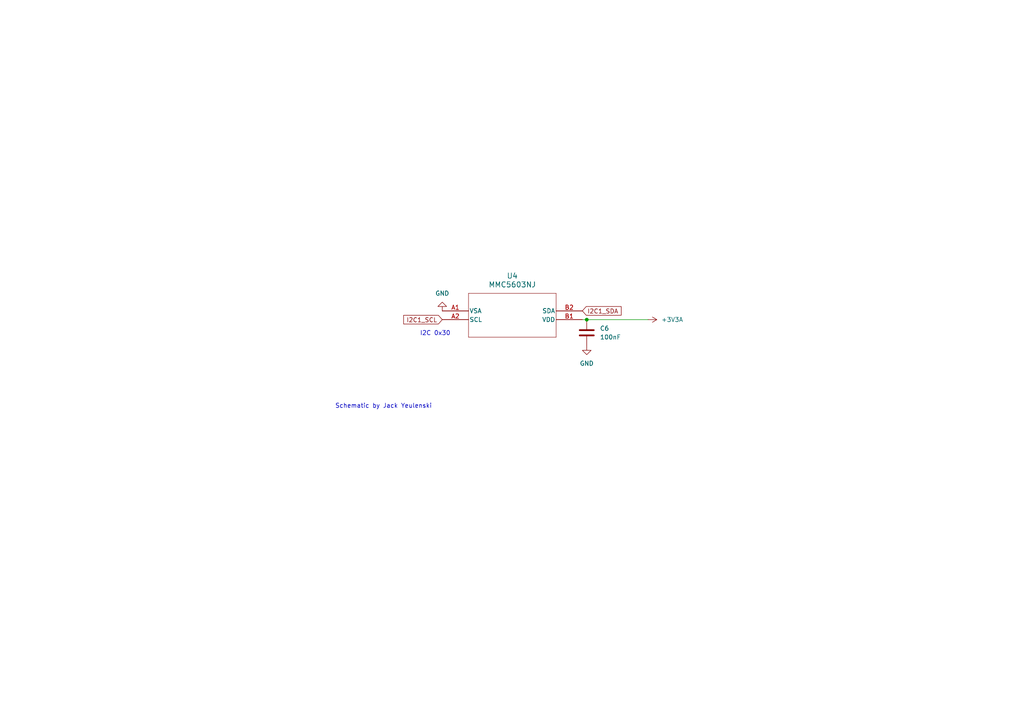
<source format=kicad_sch>
(kicad_sch (version 20250114) (generator "eeschema") (generator_version "9.0")
  (paper "A4")
  (lib_symbols
    (symbol "Device:C" (pin_numbers (hide yes)) (pin_names (offset 0.254))
      (property "Reference" "C" (at 0.635 2.54 0))
      (property "Value" "C" (at 0.635 -2.54 0))
      (symbol "C_0_1"
        (polyline (pts (xy -2.032 0.762) (xy 2.032 0.762)) (stroke (width 0.508)))
        (polyline (pts (xy -2.032 -0.762) (xy 2.032 -0.762)) (stroke (width 0.508)))
      )
      (symbol "C_1_1"
        (pin passive line (at 0 3.81 270) (length 2.794) (name "~") (number "1"))
        (pin passive line (at 0 -3.81 90) (length 2.794) (name "~") (number "2"))
      )
    )
    (symbol "SRAD:MMC5603NJ" (pin_names (offset 0.254))
      (property "Reference" "U" (at 20.32 10.16 0))
      (property "Value" "MMC5603NJ" (at 20.32 7.62 0))
      (symbol "MMC5603NJ_0_1"
        (polyline (pts (xy 7.62 5.08) (xy 7.62 -7.62)) (stroke (width 0.127)))
        (polyline (pts (xy 7.62 -7.62) (xy 33.02 -7.62)) (stroke (width 0.127)))
        (polyline (pts (xy 33.02 5.08) (xy 7.62 5.08)) (stroke (width 0.127)))
        (polyline (pts (xy 33.02 -7.62) (xy 33.02 5.08)) (stroke (width 0.127)))
        (pin power_out line (at 0 0 0) (length 7.62) (name "VSA") (number "A1"))
        (pin input line (at 0 -2.54 0) (length 7.62) (name "SCL") (number "A2"))
        (pin bidirectional line (at 40.64 0 180) (length 7.62) (name "SDA") (number "B2"))
        (pin power_in line (at 40.64 -2.54 180) (length 7.62) (name "VDD") (number "B1"))
      )
    )
    (symbol "power:+3V3" (power) (pin_numbers (hide yes)) (pin_names (offset 0) (hide yes))
      (property "Value" "+3V3" (at 0 3.556 0))
      (symbol "+3V3_0_1"
        (polyline (pts (xy -0.762 1.27) (xy 0 2.54)))
        (polyline (pts (xy 0 2.54) (xy 0.762 1.27)))
        (polyline (pts (xy 0 0) (xy 0 2.54)))
      )
      (symbol "+3V3_1_1"
        (pin power_in line (at 0 0 90) (length 0) (name "~") (number "1"))
      )
    )
    (symbol "power:GND" (power) (pin_numbers (hide yes)) (pin_names (offset 0) (hide yes))
      (property "Value" "GND" (at 0 -3.81 0))
      (symbol "GND_0_1"
        (polyline (pts (xy 0 0) (xy 0 -1.27) (xy 1.27 -1.27) (xy 0 -2.54) (xy -1.27 -1.27) (xy 0 -1.27)))
      )
      (symbol "GND_1_1"
        (pin power_in line (at 0 0 270) (length 0) (name "~") (number "1"))
      )
    )
  )
  (text "I2C 0x30" (at 126.238 96.774 0) (effects (font (size 1.27 1.27))))
  (text "Schematic by Jack Yeulenski" (at 111.252 117.856 0) (effects (font (size 1.27 1.27))))
  (junction (at 170.18 92.71))
  (wire (pts (xy 168.91 92.71) (xy 170.18 92.71)))
  (wire (pts (xy 170.18 92.71) (xy 187.96 92.71)))
  (global_label "I2C1_SDA" (shape input) (at 168.91 90.17 0) (property "Intersheetrefs" "${INTERSHEET_REFS}" (effects (hide yes))))
  (global_label "I2C1_SCL" (shape input) (at 128.27 92.71 180) (property "Intersheetrefs" "${INTERSHEET_REFS}" (effects (hide yes))))
  (symbol (lib_id "Device:C") (at 170.18 96.52 0) (unit 1)
    (property "Reference" "C6" (at 173.99 95.2499 0) (effects (justify left)))
    (property "Value" "100nF" (at 173.99 97.7899 0) (effects (justify left)))
    (property "Description" "Unpolarized capacitor" (effects (hide yes)))
  )
  (symbol (lib_id "power:GND") (at 170.18 100.33 0) (unit 1)
    (property "Reference" "#PWR010" (effects (hide yes)))
    (property "Value" "GND" (at 170.18 105.41 0))
    (property "Description" "Power symbol creates a global label with name \"GND\" , ground" (effects (hide yes)))
  )
  (symbol (lib_id "power:+3V3") (at 187.96 92.71 270) (unit 1)
    (property "Reference" "#PWR012" (effects (hide yes)))
    (property "Value" "+3V3A" (at 191.77 92.7099 90) (effects (justify left)))
    (property "Description" "Power symbol creates a global label with name \"+3V3\"" (effects (hide yes)))
  )
  (symbol (lib_id "power:GND") (at 128.27 90.17 180) (unit 1)
    (property "Reference" "#PWR08" (effects (hide yes)))
    (property "Value" "GND" (at 128.27 85.09 0))
    (property "Description" "Power symbol creates a global label with name \"GND\" , ground" (effects (hide yes)))
  )
  (symbol (lib_id "SRAD:MMC5603NJ") (at 128.27 90.17 0) (unit 1)
    (property "Reference" "U4" (at 148.59 80.01 0) (effects (font (size 1.524 1.524))))
    (property "Value" "MMC5603NJ" (at 148.59 82.55 0) (effects (font (size 1.524 1.524))))
    (property "Footprint" "WLP4_0P82X0P82_MEM" (effects (hide yes)))
    (property "Datasheet" "https://mm.digikey.com/Volume0/opasdata/d220001/medias/docus/333/MMC5603NJ_RevB_7-12-18.pdf" (effects (hide yes)))
  )
)
</source>
